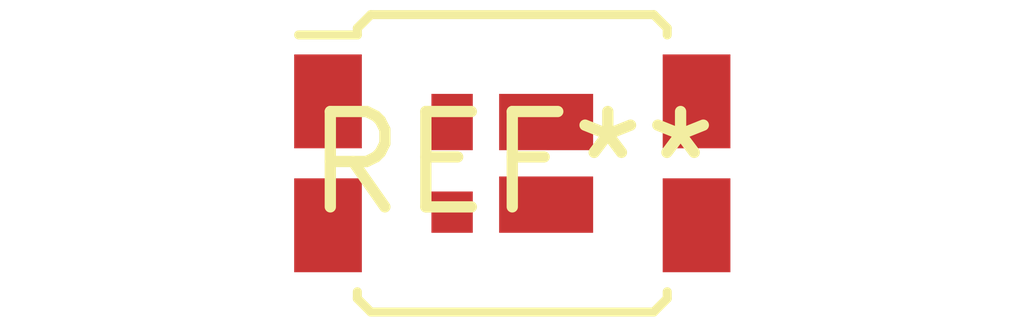
<source format=kicad_pcb>
(kicad_pcb (version 20240108) (generator pcbnew)
  (layers (0 "F.Cu" signal) (31 "B.Cu" signal) (34 "B.Paste" user) (35 "F.Paste" user) (36 "B.SilkS" user "B.Silkscreen") (37 "F.SilkS" user "F.Silkscreen") (38 "B.Mask" user) (39 "F.Mask" user) (44 "Edge.Cuts" user))
  (net 0 "")
  (footprint "DirectFET_S3C" (layer "F.Cu") (at 0 0)
    (property "Reference" "REF**")
    (property "Value" "DirectFET_S3C")
    (fp_line (start -2.84 -1.71) (end -2.06 -1.71) (layer "F.SilkS") (stroke (width 0.12)))
    (fp_line (start -2.06 -1.8) (end -1.88 -1.98) (layer "F.SilkS") (stroke (width 0.12)))
    (fp_line (start -2.06 -1.71) (end -2.06 -1.8) (layer "F.SilkS") (stroke (width 0.12)))
    (fp_line (start -2.06 1.71) (end -2.06 1.8) (layer "F.SilkS") (stroke (width 0.12)))
    (fp_line (start -2.06 1.8) (end -1.88 1.98) (layer "F.SilkS") (stroke (width 0.12)))
    (fp_line (start -1.88 -1.98) (end 1.88 -1.98) (layer "F.SilkS") (stroke (width 0.12)))
    (fp_line (start -1.88 1.98) (end 1.88 1.98) (layer "F.SilkS") (stroke (width 0.12)))
    (fp_line (start 2.06 -1.8) (end 1.88 -1.98) (layer "F.SilkS") (stroke (width 0.12)))
    (fp_line (start 2.06 -1.71) (end 2.06 -1.8) (layer "F.SilkS") (stroke (width 0.12)))
    (fp_line (start 2.06 1.71) (end 2.06 1.8) (layer "F.SilkS") (stroke (width 0.12)))
    (fp_line (start 2.06 1.8) (end 1.88 1.98) (layer "F.SilkS") (stroke (width 0.12)))
    (pad "1" smd rect (at -2.45 -0.825) (size 0.9 1.25) (layers "F.Cu" "F.Paste" "F.Mask"))
    (pad "1" smd rect (at -2.45 0.825) (size 0.9 1.25) (layers "F.Cu" "F.Paste" "F.Mask"))
    (pad "1" smd rect (at 2.45 -0.825) (size 0.9 1.25) (layers "F.Cu" "F.Paste" "F.Mask"))
    (pad "1" smd rect (at 2.45 0.825) (size 0.9 1.25) (layers "F.Cu" "F.Paste" "F.Mask"))
    (pad "2" smd rect (at -0.8 0.65) (size 0.55 0.55) (layers "F.Cu" "F.Paste" "F.Mask"))
    (pad "3" smd rect (at -0.8 -0.55) (size 0.55 0.75) (layers "F.Cu" "F.Paste" "F.Mask"))
    (pad "3" smd rect (at 0.45 -0.55) (size 1.25 0.75) (layers "F.Cu" "F.Paste" "F.Mask"))
    (pad "3" smd rect (at 0.45 0.55) (size 1.25 0.75) (layers "F.Cu" "F.Paste" "F.Mask"))
  )
)
</source>
